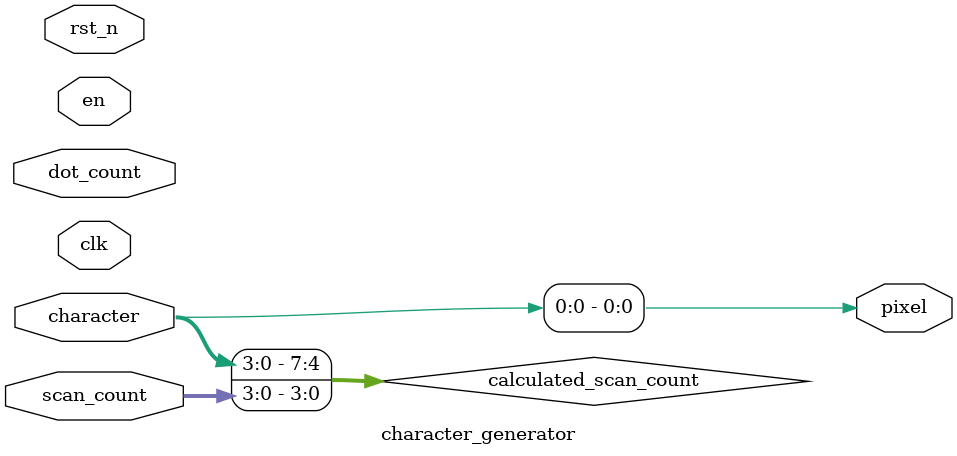
<source format=sv>

module character_generator #(
    parameter DEPTH = 160
)
(
    input clk,
    input rst_n,
    input en,
    input [3:0]character,   //16 characters
    input [2:0]dot_count,
    input [3:0]scan_count,
    output pixel
);

//logic char_data[0:7][0:DEPTH-1];     //8*DEPTH array of single bits
logic char_data;
logic [7:0]calculated_scan_count;
// // // // // // // // //
// BEGIN
//  x  x  x  x  x  x  x  x
//  x  x  x  x  x  x  x  x
//  x  x  x  x  x  x  x  x
//  x  x  x  x  x  x  x  x
//  x  x  x  x  x  x  x  x
//  x  x  x  x  x  x  x  x
//  x  x  x  x  x  x  x  x
//  x  x  x  x  x  x  x  x
//  x  x  x  x  x  x  x  x
//  x  x  x  x  x  x  x  x
//  x  x  x  x  x  x  x  x
//  x  x  x  x  x  x  x  x
//  x  x  x  x  x  x  x  x
//  x  x  x  x  x  x  x  x
//  x  x  x  x  x  x  x  x
//  x  x  x  x  x  x  x  x
// ...
// ...
// ...
//  x  x  x  x  x  x  x  x
//  x  x  x  x  x  x  x  x
//  x  x  x  x  x  x  x  x
// END

assign calculated_scan_count = {character[3:0], scan_count[3:0]};


assign pixel = character[0];    //I'm lazy but this should work for testing


// always_ff @(posedge clk)
//     if(rst_n)

//     else if(en)
//         pixel <= char_data[dot_count][calculated_scan_count];

endmodule
</source>
